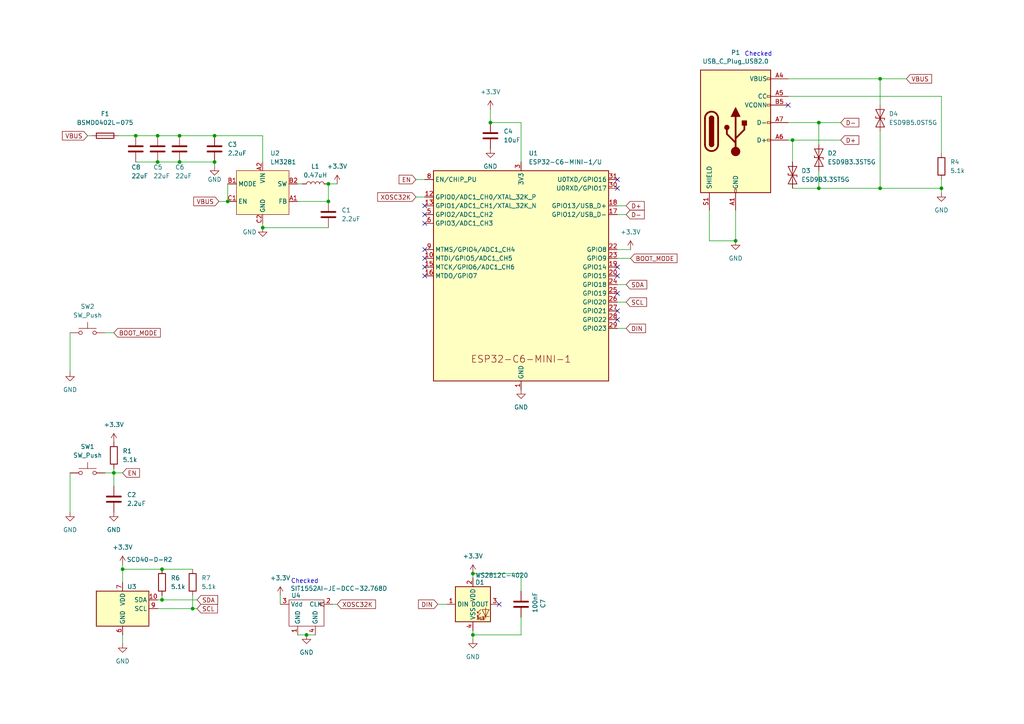
<source format=kicad_sch>
(kicad_sch (version 20231120) (generator "eeschema") (generator_version "8.0")
  (paper "A4")
  (lib_symbols
    (symbol "+3.3V_1" (power) (pin_numbers hide) (pin_names (offset 0) hide)
      (property "Value" "+3.3V" (at 0 3.556 0))
      (symbol "+3.3V_1_0_1"
        (polyline (pts (xy -0.762 1.27) (xy 0 2.54)))
        (polyline (pts (xy 0 0) (xy 0 2.54)))
        (polyline (pts (xy 0 2.54) (xy 0.762 1.27)))
      )
      (symbol "+3.3V_1_1_1"
        (pin power_in line (at 0 0 90) (length 0) (name "~") (number "1"))
      )
    )
    (symbol "Connector:USB_C_Plug_USB2.0" (pin_names (offset 1.016))
      (property "Reference" "P" (at -10.16 19.05 0))
      (property "Value" "USB_C_Plug_USB2.0" (at 12.7 19.05 0))
      (symbol "USB_C_Plug_USB2.0_0_0"
        (rectangle (start -0.254 -17.78) (end 0.254 -16.764))
        (rectangle (start 10.16 -2.286) (end 9.144 -2.794))
        (rectangle (start 10.16 2.794) (end 9.144 2.286))
        (rectangle (start 10.16 7.874) (end 9.144 7.366))
        (rectangle (start 10.16 10.414) (end 9.144 9.906))
        (rectangle (start 10.16 15.494) (end 9.144 14.986))
      )
      (symbol "USB_C_Plug_USB2.0_0_1"
        (rectangle (start -10.16 17.78) (end 10.16 -17.78) (stroke (width 0.254)) (fill (type background)))
        (arc (start -8.89 -3.81) (mid -6.985 -5.7067) (end -5.08 -3.81) (stroke (width 0.508)))
        (arc (start -7.62 -3.81) (mid -6.985 -4.4423) (end -6.35 -3.81) (stroke (width 0.254)))
        (arc (start -7.62 -3.81) (mid -6.985 -4.4423) (end -6.35 -3.81) (stroke (width 0.254)) (fill (type outline)))
        (rectangle (start -7.62 -3.81) (end -6.35 3.81) (stroke (width 0.254)) (fill (type outline)))
        (arc (start -6.35 3.81) (mid -6.985 4.4423) (end -7.62 3.81) (stroke (width 0.254)))
        (arc (start -6.35 3.81) (mid -6.985 4.4423) (end -7.62 3.81) (stroke (width 0.254)) (fill (type outline)))
        (arc (start -5.08 3.81) (mid -6.985 5.7067) (end -8.89 3.81) (stroke (width 0.508)))
        (circle (center -2.54 1.143) (radius 0.635) (stroke (width 0.254)) (fill (type outline)))
        (circle (center 0 -5.842) (radius 1.27) (fill (type outline)))
        (polyline (pts (xy -8.89 -3.81) (xy -8.89 3.81)) (stroke (width 0.508)))
        (polyline (pts (xy -5.08 3.81) (xy -5.08 -3.81)) (stroke (width 0.508)))
        (polyline (pts (xy 0 -5.842) (xy 0 4.318)) (stroke (width 0.508)))
        (polyline (pts (xy 0 -3.302) (xy -2.54 -0.762) (xy -2.54 0.508)) (stroke (width 0.508)))
        (polyline (pts (xy 0 -2.032) (xy 2.54 0.508) (xy 2.54 1.778)) (stroke (width 0.508)))
        (polyline (pts (xy -1.27 4.318) (xy 0 6.858) (xy 1.27 4.318) (xy -1.27 4.318)) (stroke (width 0.254)) (fill (type outline)))
        (rectangle (start 1.905 1.778) (end 3.175 3.048) (stroke (width 0.254)) (fill (type outline)))
      )
      (symbol "USB_C_Plug_USB2.0_1_1"
        (pin passive line (at 0 -22.86 90) (length 5.08) (name "GND") (number "A1"))
        (pin passive line (at 0 -22.86 90) (length 5.08) hide (name "GND") (number "A12"))
        (pin passive line (at 15.24 15.24 180) (length 5.08) (name "VBUS") (number "A4"))
        (pin bidirectional line (at 15.24 10.16 180) (length 5.08) (name "CC") (number "A5"))
        (pin bidirectional line (at 15.24 -2.54 180) (length 5.08) (name "D+") (number "A6"))
        (pin bidirectional line (at 15.24 2.54 180) (length 5.08) (name "D-") (number "A7"))
        (pin passive line (at 15.24 15.24 180) (length 5.08) hide (name "VBUS") (number "A9"))
        (pin passive line (at 0 -22.86 90) (length 5.08) hide (name "GND") (number "B1"))
        (pin passive line (at 0 -22.86 90) (length 5.08) hide (name "GND") (number "B12"))
        (pin passive line (at 15.24 15.24 180) (length 5.08) hide (name "VBUS") (number "B4"))
        (pin bidirectional line (at 15.24 7.62 180) (length 5.08) (name "VCONN") (number "B5"))
        (pin passive line (at 15.24 15.24 180) (length 5.08) hide (name "VBUS") (number "B9"))
        (pin passive line (at -7.62 -22.86 90) (length 5.08) (name "SHIELD") (number "S1"))
      )
    )
    (symbol "Device:C" (pin_numbers hide) (pin_names (offset 0.254))
      (property "Reference" "C" (at 0.635 2.54 0))
      (property "Value" "C" (at 0.635 -2.54 0))
      (symbol "C_0_1"
        (polyline (pts (xy -2.032 -0.762) (xy 2.032 -0.762)) (stroke (width 0.508)))
        (polyline (pts (xy -2.032 0.762) (xy 2.032 0.762)) (stroke (width 0.508)))
      )
      (symbol "C_1_1"
        (pin passive line (at 0 3.81 270) (length 2.794) (name "~") (number "1"))
        (pin passive line (at 0 -3.81 90) (length 2.794) (name "~") (number "2"))
      )
    )
    (symbol "Device:Fuse" (pin_numbers hide) (pin_names (offset 0))
      (property "Reference" "F" (at 2.032 0 90))
      (property "Value" "Fuse" (at -1.905 0 90))
      (symbol "Fuse_0_1"
        (rectangle (start -0.762 -2.54) (end 0.762 2.54) (stroke (width 0.254)))
        (polyline (pts (xy 0 2.54) (xy 0 -2.54)))
      )
      (symbol "Fuse_1_1"
        (pin passive line (at 0 3.81 270) (length 1.27) (name "~") (number "1"))
        (pin passive line (at 0 -3.81 90) (length 1.27) (name "~") (number "2"))
      )
    )
    (symbol "Device:L" (pin_numbers hide) (pin_names (offset 1.016) hide)
      (property "Reference" "L" (at -1.27 0 90))
      (property "Value" "L" (at 1.905 0 90))
      (symbol "L_0_1"
        (arc (start 0 -2.54) (mid 0.6323 -1.905) (end 0 -1.27))
        (arc (start 0 -1.27) (mid 0.6323 -0.635) (end 0 0))
        (arc (start 0 0) (mid 0.6323 0.635) (end 0 1.27))
        (arc (start 0 1.27) (mid 0.6323 1.905) (end 0 2.54))
      )
      (symbol "L_1_1"
        (pin passive line (at 0 3.81 270) (length 1.27) (name "1") (number "1"))
        (pin passive line (at 0 -3.81 90) (length 1.27) (name "2") (number "2"))
      )
    )
    (symbol "Device:R" (pin_numbers hide) (pin_names (offset 0))
      (property "Reference" "R" (at 2.032 0 90))
      (property "Value" "R" (at 0 0 90))
      (symbol "R_0_1"
        (rectangle (start -1.016 -2.54) (end 1.016 2.54) (stroke (width 0.254)))
      )
      (symbol "R_1_1"
        (pin passive line (at 0 3.81 270) (length 1.27) (name "~") (number "1"))
        (pin passive line (at 0 -3.81 90) (length 1.27) (name "~") (number "2"))
      )
    )
    (symbol "Diode:ESD9B3.3ST5G" (pin_numbers hide) (pin_names (offset 1.016) hide)
      (property "Reference" "D" (at 0 2.54 0))
      (property "Value" "ESD9B3.3ST5G" (at 0 -2.54 0))
      (symbol "ESD9B3.3ST5G_0_1"
        (polyline (pts (xy 1.27 0) (xy -1.27 0)))
        (polyline (pts (xy -2.54 -1.27) (xy 0 0) (xy -2.54 1.27) (xy -2.54 -1.27)) (stroke (width 0.2032)))
        (polyline (pts (xy 0.508 1.27) (xy 0 1.27) (xy 0 -1.27) (xy -0.508 -1.27)) (stroke (width 0.2032)))
        (polyline (pts (xy 2.54 1.27) (xy 2.54 -1.27) (xy 0 0) (xy 2.54 1.27)) (stroke (width 0.2032)))
      )
      (symbol "ESD9B3.3ST5G_1_1"
        (pin passive line (at -3.81 0 0) (length 2.54) (name "A1") (number "1"))
        (pin passive line (at 3.81 0 180) (length 2.54) (name "A2") (number "2"))
      )
    )
    (symbol "Diode:ESD9B5.0ST5G" (pin_numbers hide) (pin_names (offset 1.016) hide)
      (property "Reference" "D" (at 0 2.54 0))
      (property "Value" "ESD9B5.0ST5G" (at 0 -2.54 0))
      (symbol "ESD9B5.0ST5G_0_1"
        (polyline (pts (xy 1.27 0) (xy -1.27 0)))
        (polyline (pts (xy -2.54 -1.27) (xy 0 0) (xy -2.54 1.27) (xy -2.54 -1.27)) (stroke (width 0.2032)))
        (polyline (pts (xy 0.508 1.27) (xy 0 1.27) (xy 0 -1.27) (xy -0.508 -1.27)) (stroke (width 0.2032)))
        (polyline (pts (xy 2.54 1.27) (xy 2.54 -1.27) (xy 0 0) (xy 2.54 1.27)) (stroke (width 0.2032)))
      )
      (symbol "ESD9B5.0ST5G_1_1"
        (pin passive line (at -3.81 0 0) (length 2.54) (name "A1") (number "1"))
        (pin passive line (at 3.81 0 180) (length 2.54) (name "A2") (number "2"))
      )
    )
    (symbol "MiniCO2:LM3281"
      (property "Reference" "U" (at 5.588 9.652 0))
      (property "Value" "LM3281" (at 5.08 3.81 0))
      (symbol "LM3281_1_1"
        (rectangle (start -7.62 6.35) (end 7.62 -6.35) (fill (type background)))
        (pin input line (at 10.16 -2.54 180) (length 2.54) (name "FB") (number "A1"))
        (pin power_out line (at 0 8.89 270) (length 2.54) (name "VIN") (number "A2"))
        (pin input line (at -10.16 2.54 0) (length 2.54) (name "MODE") (number "B1"))
        (pin power_out line (at 10.16 2.54 180) (length 2.54) (name "SW") (number "B2"))
        (pin input line (at -10.16 -2.54 0) (length 2.54) (name "EN") (number "C1"))
        (pin power_out line (at 0 -8.89 90) (length 2.54) (name "GND") (number "C2"))
      )
    )
    (symbol "MiniCO2:SiT1552"
      (property "Reference" "U" (at -4.064 6.858 0))
      (symbol "SiT1552_0_1"
        (rectangle (start -5.08 5.08) (end 5.08 -2.54))
      )
      (symbol "SiT1552_1_1"
        (pin power_in line (at -2.54 -5.08 90) (length 2.54) (name "GND") (number "1"))
        (pin output clock (at 7.62 3.81 180) (length 2.54) (name "CLK") (number "2"))
        (pin power_in line (at -7.62 3.81 0) (length 2.54) (name "Vdd") (number "3"))
        (pin power_in line (at 2.54 -5.08 90) (length 2.54) (name "GND") (number "4"))
      )
    )
    (symbol "MiniCO2:WS2812C-4020"
      (property "Reference" "U" (at -3.302 6.096 0))
      (symbol "WS2812C-4020_0_0"
        (text "RGB" (at 2.286 -4.191 0) (effects (font (size 0.762 0.762))))
      )
      (symbol "WS2812C-4020_0_1"
        (polyline (pts (xy 1.27 -3.556) (xy 1.778 -3.556)))
        (polyline (pts (xy 1.27 -2.54) (xy 1.778 -2.54)))
        (polyline (pts (xy 4.699 -3.556) (xy 2.667 -3.556)))
        (polyline (pts (xy 2.286 -2.54) (xy 1.27 -3.556) (xy 1.27 -3.048)))
        (polyline (pts (xy 2.286 -1.524) (xy 1.27 -2.54) (xy 1.27 -2.032)))
        (polyline (pts (xy 3.683 -1.016) (xy 3.683 -3.556) (xy 3.683 -4.064)))
        (polyline (pts (xy 4.699 -1.524) (xy 2.667 -1.524) (xy 3.683 -3.556) (xy 4.699 -1.524)))
        (rectangle (start 5.08 5.08) (end -5.08 -5.08) (stroke (width 0.254)) (fill (type background)))
      )
      (symbol "WS2812C-4020_1_1"
        (pin input line (at -7.62 0 0) (length 2.54) (name "DIN") (number "1"))
        (pin power_in line (at 0 7.62 270) (length 2.54) (name "VDD") (number "2"))
        (pin output line (at 7.62 0 180) (length 2.54) (name "DOUT") (number "3"))
        (pin power_in line (at 0 -7.62 90) (length 2.54) (name "VSS") (number "4"))
      )
    )
    (symbol "PCM_Espressif:ESP32-C6-MINI-1/U"
      (property "Reference" "U" (at -25.4 35.56 0))
      (property "Value" "ESP32-C6-MINI-1/U" (at -25.4 33.02 0))
      (symbol "ESP32-C6-MINI-1/U_0_0"
        (text "ESP32-C6-MINI-1" (at 0 -24.13 0) (effects (font (size 2 2))))
      )
      (symbol "ESP32-C6-MINI-1/U_0_1"
        (rectangle (start -25.4 30.48) (end 25.4 -30.48) (stroke (width 0.254)) (fill (type background)))
      )
      (symbol "ESP32-C6-MINI-1/U_1_1"
        (pin power_in line (at 0 -33.02 90) (length 2.54) (name "GND") (number "1"))
        (pin bidirectional line (at -27.94 5.08 0) (length 2.54) (name "MTDI/GPIO5/ADC1_CH5") (number "10"))
        (pin passive line (at 0 -33.02 90) (length 2.54) hide (name "GND") (number "11"))
        (pin bidirectional line (at -27.94 22.86 0) (length 2.54) (name "GPIO0/ADC1_CH0/XTAL_32K_P") (number "12"))
        (pin bidirectional line (at -27.94 20.32 0) (length 2.54) (name "GPIO1/ADC1_CH1/XTAL_32K_N") (number "13"))
        (pin passive line (at 0 -33.02 90) (length 2.54) hide (name "GND") (number "14"))
        (pin bidirectional line (at -27.94 2.54 0) (length 2.54) (name "MTCK/GPIO6/ADC1_CH6") (number "15"))
        (pin bidirectional line (at -27.94 0 0) (length 2.54) (name "MTDO/GPIO7") (number "16"))
        (pin bidirectional line (at 27.94 17.78 180) (length 2.54) (name "GPIO12/USB_D-") (number "17"))
        (pin bidirectional line (at 27.94 20.32 180) (length 2.54) (name "GPIO13/USB_D+") (number "18"))
        (pin bidirectional line (at 27.94 2.54 180) (length 2.54) (name "GPIO14") (number "19"))
        (pin passive line (at 0 -33.02 90) (length 2.54) hide (name "GND") (number "2"))
        (pin bidirectional line (at 27.94 0 180) (length 2.54) (name "GPIO15") (number "20"))
        (pin no_connect line (at -25.4 -10.16 0) (length 2.54) hide (name "NC") (number "21"))
        (pin bidirectional line (at 27.94 7.62 180) (length 2.54) (name "GPIO8") (number "22"))
        (pin bidirectional line (at 27.94 5.08 180) (length 2.54) (name "GPIO9") (number "23"))
        (pin bidirectional line (at 27.94 -2.54 180) (length 2.54) (name "GPIO18") (number "24"))
        (pin bidirectional line (at 27.94 -5.08 180) (length 2.54) (name "GPIO19") (number "25"))
        (pin bidirectional line (at 27.94 -7.62 180) (length 2.54) (name "GPIO20") (number "26"))
        (pin bidirectional line (at 27.94 -10.16 180) (length 2.54) (name "GPIO21") (number "27"))
        (pin bidirectional line (at 27.94 -12.7 180) (length 2.54) (name "GPIO22") (number "28"))
        (pin bidirectional line (at 27.94 -15.24 180) (length 2.54) (name "GPIO23") (number "29"))
        (pin power_in line (at 0 33.02 270) (length 2.54) (name "3V3") (number "3"))
        (pin bidirectional line (at 27.94 25.4 180) (length 2.54) (name "U0RXD/GPIO17") (number "30"))
        (pin bidirectional line (at 27.94 27.94 180) (length 2.54) (name "U0TXD/GPIO16") (number "31"))
        (pin no_connect line (at -25.4 -12.7 0) (length 2.54) hide (name "NC") (number "32"))
        (pin no_connect line (at -25.4 -15.24 0) (length 2.54) hide (name "NC") (number "33"))
        (pin no_connect line (at -25.4 -17.78 0) (length 2.54) hide (name "NC") (number "34"))
        (pin no_connect line (at -25.4 -20.32 0) (length 2.54) hide (name "NC") (number "35"))
        (pin passive line (at 0 -33.02 90) (length 2.54) hide (name "GND") (number "36"))
        (pin passive line (at 0 -33.02 90) (length 2.54) hide (name "GND") (number "37"))
        (pin passive line (at 0 -33.02 90) (length 2.54) hide (name "GND") (number "38"))
        (pin passive line (at 0 -33.02 90) (length 2.54) hide (name "GND") (number "39"))
        (pin no_connect line (at -25.4 -5.08 0) (length 2.54) hide (name "NC") (number "4"))
        (pin passive line (at 0 -33.02 90) (length 2.54) hide (name "GND") (number "40"))
        (pin passive line (at 0 -33.02 90) (length 2.54) hide (name "GND") (number "41"))
        (pin passive line (at 0 -33.02 90) (length 2.54) hide (name "GND") (number "42"))
        (pin passive line (at 0 -33.02 90) (length 2.54) hide (name "GND") (number "43"))
        (pin passive line (at 0 -33.02 90) (length 2.54) hide (name "GND") (number "44"))
        (pin passive line (at 0 -33.02 90) (length 2.54) hide (name "GND") (number "45"))
        (pin passive line (at 0 -33.02 90) (length 2.54) hide (name "GND") (number "46"))
        (pin passive line (at 0 -33.02 90) (length 2.54) hide (name "GND") (number "47"))
        (pin passive line (at 0 -33.02 90) (length 2.54) hide (name "GND") (number "48"))
        (pin passive line (at 0 -33.02 90) (length 2.54) hide (name "GND") (number "49"))
        (pin bidirectional line (at -27.94 17.78 0) (length 2.54) (name "GPIO2/ADC1_CH2") (number "5"))
        (pin passive line (at 0 -33.02 90) (length 2.54) hide (name "GND") (number "50"))
        (pin passive line (at 0 -33.02 90) (length 2.54) hide (name "GND") (number "51"))
        (pin passive line (at 0 -33.02 90) (length 2.54) hide (name "GND") (number "52"))
        (pin passive line (at 0 -33.02 90) (length 2.54) hide (name "GND") (number "53"))
        (pin bidirectional line (at -27.94 15.24 0) (length 2.54) (name "GPIO3/ADC1_CH3") (number "6"))
        (pin no_connect line (at -25.4 -7.62 0) (length 2.54) hide (name "NC") (number "7"))
        (pin input line (at -27.94 27.94 0) (length 2.54) (name "EN/CHIP_PU") (number "8"))
        (pin bidirectional line (at -27.94 7.62 0) (length 2.54) (name "MTMS/GPIO4/ADC1_CH4") (number "9"))
      )
    )
    (symbol "Sensor_Gas:SCD40-D-R2"
      (property "Reference" "U" (at -7.62 6.35 0))
      (property "Value" "SCD40-D-R2" (at 6.985 6.35 0))
      (symbol "SCD40-D-R2_0_1"
        (rectangle (start 7.62 5.08) (end -7.62 -5.08) (stroke (width 0.254)) (fill (type background)))
      )
      (symbol "SCD40-D-R2_1_1"
        (pin bidirectional line (at 10.16 2.54 180) (length 2.54) (name "SDA") (number "10"))
        (pin passive line (at 0 7.62 270) (length 2.54) hide (name "VDD") (number "19"))
        (pin passive line (at 0 -7.62 90) (length 2.54) hide (name "GND") (number "20"))
        (pin passive line (at 0 -7.62 90) (length 2.54) hide (name "GND") (number "21"))
        (pin power_in line (at 0 -7.62 90) (length 2.54) (name "GND") (number "6"))
        (pin power_in line (at 0 7.62 270) (length 2.54) (name "VDD") (number "7"))
        (pin input line (at 10.16 0 180) (length 2.54) (name "SCL") (number "9"))
      )
    )
    (symbol "Switch:SW_Push" (pin_numbers hide) (pin_names (offset 1.016) hide)
      (property "Reference" "SW" (at 1.27 2.54 0))
      (property "Value" "SW_Push" (at 0 -1.524 0))
      (symbol "SW_Push_0_1"
        (circle (center -2.032 0) (radius 0.508))
        (polyline (pts (xy 0 1.27) (xy 0 3.048)))
        (polyline (pts (xy 2.54 1.27) (xy -2.54 1.27)))
        (circle (center 2.032 0) (radius 0.508))
        (pin passive line (at -5.08 0 0) (length 2.54) (name "1") (number "1"))
        (pin passive line (at 5.08 0 180) (length 2.54) (name "2") (number "2"))
      )
    )
    (symbol "power:+3.3V" (power) (pin_names (offset 0))
      (property "Value" "+3.3V" (at 0 3.556 0))
      (symbol "+3.3V_0_1"
        (polyline (pts (xy -0.762 1.27) (xy 0 2.54)))
        (polyline (pts (xy 0 0) (xy 0 2.54)))
        (polyline (pts (xy 0 2.54) (xy 0.762 1.27)))
      )
      (symbol "+3.3V_1_1"
        (pin power_in line (at 0 0 90) (length 0) hide (name "+3.3V") (number "1"))
      )
    )
    (symbol "power:GND" (power) (pin_names (offset 0))
      (property "Value" "GND" (at 0 -3.81 0))
      (symbol "GND_0_1"
        (polyline (pts (xy 0 0) (xy 0 -1.27) (xy 1.27 -1.27) (xy 0 -2.54) (xy -1.27 -1.27) (xy 0 -1.27)))
      )
      (symbol "GND_1_1"
        (pin power_in line (at 0 0 270) (length 0) hide (name "GND") (number "1"))
      )
    )
  )
  (junction (at 46.99 173.99))
  (junction (at 76.2 66.04))
  (junction (at 66.04 58.42))
  (junction (at 55.88 176.53))
  (junction (at 255.27 22.86))
  (junction (at 62.23 39.37))
  (junction (at 95.25 58.42))
  (junction (at 52.07 39.37))
  (junction (at 33.02 137.16))
  (junction (at 142.24 35.56))
  (junction (at 255.27 54.61))
  (junction (at 237.49 35.56))
  (junction (at 229.87 40.64))
  (junction (at 39.37 39.37))
  (junction (at 88.9 184.15))
  (junction (at 46.99 165.1))
  (junction (at 35.56 165.1))
  (junction (at 95.25 53.34))
  (junction (at 45.72 46.99))
  (junction (at 62.23 46.99))
  (junction (at 273.05 54.61))
  (junction (at 213.36 69.85))
  (junction (at 137.16 166.37))
  (junction (at 45.72 39.37))
  (junction (at 52.07 46.99))
  (junction (at 237.49 54.61))
  (junction (at 137.16 184.15))
  (no_connect (at 123.19 62.23))
  (no_connect (at 123.19 64.77))
  (no_connect (at 179.07 52.07))
  (no_connect (at 123.19 59.69))
  (no_connect (at 179.07 77.47))
  (no_connect (at 123.19 77.47))
  (no_connect (at 228.6 30.48))
  (no_connect (at 179.07 54.61))
  (no_connect (at 179.07 85.09))
  (no_connect (at 123.19 74.93))
  (no_connect (at 144.78 175.26))
  (no_connect (at 123.19 72.39))
  (no_connect (at 179.07 90.17))
  (no_connect (at 123.19 80.01))
  (no_connect (at 179.07 80.01))
  (no_connect (at 179.07 92.71))
  (wire (pts (xy 237.49 54.61) (xy 255.27 54.61)))
  (wire (pts (xy 228.6 40.64) (xy 229.87 40.64)))
  (wire (pts (xy 120.65 57.15) (xy 123.19 57.15)))
  (wire (pts (xy 35.56 184.15) (xy 35.56 186.69)))
  (wire (pts (xy 63.5 58.42) (xy 66.04 58.42)))
  (wire (pts (xy 30.48 137.16) (xy 33.02 137.16)))
  (wire (pts (xy 151.13 179.07) (xy 151.13 184.15)))
  (wire (pts (xy 273.05 44.45) (xy 273.05 27.94)))
  (wire (pts (xy 151.13 166.37) (xy 151.13 171.45)))
  (wire (pts (xy 229.87 54.61) (xy 237.49 54.61)))
  (wire (pts (xy 181.61 59.69) (xy 179.07 59.69)))
  (wire (pts (xy 96.52 175.26) (xy 97.79 175.26)))
  (wire (pts (xy 255.27 38.1) (xy 255.27 54.61)))
  (wire (pts (xy 34.29 39.37) (xy 39.37 39.37)))
  (wire (pts (xy 52.07 39.37) (xy 62.23 39.37)))
  (wire (pts (xy 205.74 69.85) (xy 213.36 69.85)))
  (wire (pts (xy 35.56 165.1) (xy 46.99 165.1)))
  (wire (pts (xy 39.37 46.99) (xy 45.72 46.99)))
  (wire (pts (xy 137.16 184.15) (xy 137.16 185.42)))
  (wire (pts (xy 137.16 182.88) (xy 137.16 184.15)))
  (wire (pts (xy 45.72 46.99) (xy 52.07 46.99)))
  (wire (pts (xy 62.23 39.37) (xy 76.2 39.37)))
  (wire (pts (xy 33.02 135.89) (xy 33.02 137.16)))
  (wire (pts (xy 179.07 74.93) (xy 182.88 74.93)))
  (wire (pts (xy 127 175.26) (xy 129.54 175.26)))
  (wire (pts (xy 213.36 60.96) (xy 213.36 69.85)))
  (wire (pts (xy 120.65 52.07) (xy 123.19 52.07)))
  (wire (pts (xy 76.2 46.99) (xy 76.2 39.37)))
  (wire (pts (xy 25.4 39.37) (xy 26.67 39.37)))
  (wire (pts (xy 33.02 137.16) (xy 33.02 140.97)))
  (wire (pts (xy 45.72 176.53) (xy 55.88 176.53)))
  (wire (pts (xy 142.24 31.75) (xy 142.24 35.56)))
  (wire (pts (xy 179.07 72.39) (xy 182.88 72.39)))
  (wire (pts (xy 46.99 172.72) (xy 46.99 173.99)))
  (wire (pts (xy 137.16 166.37) (xy 151.13 166.37)))
  (wire (pts (xy 228.6 35.56) (xy 237.49 35.56)))
  (wire (pts (xy 181.61 62.23) (xy 179.07 62.23)))
  (wire (pts (xy 137.16 166.37) (xy 137.16 167.64)))
  (wire (pts (xy 86.36 184.15) (xy 88.9 184.15)))
  (wire (pts (xy 151.13 46.99) (xy 151.13 35.56)))
  (wire (pts (xy 142.24 35.56) (xy 151.13 35.56)))
  (wire (pts (xy 52.07 46.99) (xy 62.23 46.99)))
  (wire (pts (xy 88.9 184.15) (xy 91.44 184.15)))
  (wire (pts (xy 237.49 35.56) (xy 243.84 35.56)))
  (wire (pts (xy 81.28 172.72) (xy 81.28 175.26)))
  (wire (pts (xy 86.36 53.34) (xy 87.63 53.34)))
  (wire (pts (xy 20.32 137.16) (xy 20.32 148.59)))
  (wire (pts (xy 255.27 22.86) (xy 262.89 22.86)))
  (wire (pts (xy 181.61 82.55) (xy 179.07 82.55)))
  (wire (pts (xy 95.25 53.34) (xy 95.25 58.42)))
  (wire (pts (xy 39.37 39.37) (xy 45.72 39.37)))
  (wire (pts (xy 229.87 40.64) (xy 229.87 46.99)))
  (wire (pts (xy 273.05 27.94) (xy 228.6 27.94)))
  (wire (pts (xy 181.61 87.63) (xy 179.07 87.63)))
  (wire (pts (xy 255.27 54.61) (xy 273.05 54.61)))
  (wire (pts (xy 86.36 58.42) (xy 95.25 58.42)))
  (wire (pts (xy 46.99 165.1) (xy 55.88 165.1)))
  (wire (pts (xy 255.27 22.86) (xy 255.27 30.48)))
  (wire (pts (xy 30.48 96.52) (xy 33.02 96.52)))
  (wire (pts (xy 55.88 172.72) (xy 55.88 176.53)))
  (wire (pts (xy 20.32 96.52) (xy 20.32 107.95)))
  (wire (pts (xy 62.23 46.99) (xy 62.23 48.26)))
  (wire (pts (xy 46.99 173.99) (xy 57.15 173.99)))
  (wire (pts (xy 228.6 22.86) (xy 255.27 22.86)))
  (wire (pts (xy 151.13 184.15) (xy 137.16 184.15)))
  (wire (pts (xy 76.2 64.77) (xy 76.2 66.04)))
  (wire (pts (xy 45.72 173.99) (xy 46.99 173.99)))
  (wire (pts (xy 273.05 52.07) (xy 273.05 54.61)))
  (wire (pts (xy 229.87 40.64) (xy 243.84 40.64)))
  (wire (pts (xy 76.2 66.04) (xy 95.25 66.04)))
  (wire (pts (xy 35.56 165.1) (xy 35.56 168.91)))
  (wire (pts (xy 35.56 163.83) (xy 35.56 165.1)))
  (wire (pts (xy 205.74 60.96) (xy 205.74 69.85)))
  (wire (pts (xy 237.49 35.56) (xy 237.49 41.91)))
  (wire (pts (xy 55.88 176.53) (xy 57.15 176.53)))
  (wire (pts (xy 45.72 39.37) (xy 52.07 39.37)))
  (wire (pts (xy 33.02 137.16) (xy 35.56 137.16)))
  (wire (pts (xy 273.05 54.61) (xy 273.05 55.88)))
  (wire (pts (xy 95.25 53.34) (xy 97.79 53.34)))
  (wire (pts (xy 66.04 53.34) (xy 66.04 58.42)))
  (wire (pts (xy 181.61 95.25) (xy 179.07 95.25)))
  (wire (pts (xy 237.49 54.61) (xy 237.49 49.53)))
  (text "Checked" (at 88.392 168.656 0) (effects (font (size 1.27 1.27))))
  (text "Checked" (at 219.964 15.748 0) (effects (font (size 1.27 1.27))))
  (global_label "D-" (shape input) (at 243.84 35.56 0) (property "Intersheetrefs" "${INTERSHEET_REFS}" (effects (hide yes))))
  (global_label "EN" (shape input) (at 120.65 52.07 180) (property "Intersheetrefs" "${INTERSHEET_REFS}" (effects (hide yes))))
  (global_label "BOOT_MODE" (shape input) (at 182.88 74.93 0) (property "Intersheetrefs" "${INTERSHEET_REFS}" (effects (hide yes))))
  (global_label "VBUS" (shape input) (at 63.5 58.42 180) (property "Intersheetrefs" "${INTERSHEET_REFS}" (effects (hide yes))))
  (global_label "XOSC32K" (shape input) (at 120.65 57.15 180) (property "Intersheetrefs" "${INTERSHEET_REFS}" (effects (hide yes))))
  (global_label "DIN" (shape input) (at 181.61 95.25 0) (property "Intersheetrefs" "${INTERSHEET_REFS}" (effects (hide yes))))
  (global_label "VBUS" (shape input) (at 262.89 22.86 0) (property "Intersheetrefs" "${INTERSHEET_REFS}" (effects (hide yes))))
  (global_label "BOOT_MODE" (shape input) (at 33.02 96.52 0) (property "Intersheetrefs" "${INTERSHEET_REFS}" (effects (hide yes))))
  (global_label "SDA" (shape input) (at 181.61 82.55 0) (property "Intersheetrefs" "${INTERSHEET_REFS}" (effects (hide yes))))
  (global_label "EN" (shape input) (at 35.56 137.16 0) (property "Intersheetrefs" "${INTERSHEET_REFS}" (effects (hide yes))))
  (global_label "D-" (shape input) (at 181.61 62.23 0) (property "Intersheetrefs" "${INTERSHEET_REFS}" (effects (hide yes))))
  (global_label "SCL" (shape input) (at 181.61 87.63 0) (property "Intersheetrefs" "${INTERSHEET_REFS}" (effects (hide yes))))
  (global_label "SCL" (shape input) (at 57.15 176.53 0) (property "Intersheetrefs" "${INTERSHEET_REFS}" (effects (hide yes))))
  (global_label "XOSC32K" (shape input) (at 97.79 175.26 0) (property "Intersheetrefs" "${INTERSHEET_REFS}" (effects (hide yes))))
  (global_label "DIN" (shape input) (at 127 175.26 180) (property "Intersheetrefs" "${INTERSHEET_REFS}" (effects (hide yes))))
  (global_label "D+" (shape input) (at 243.84 40.64 0) (property "Intersheetrefs" "${INTERSHEET_REFS}" (effects (hide yes))))
  (global_label "SDA" (shape input) (at 57.15 173.99 0) (property "Intersheetrefs" "${INTERSHEET_REFS}" (effects (hide yes))))
  (global_label "D+" (shape input) (at 181.61 59.69 0) (property "Intersheetrefs" "${INTERSHEET_REFS}" (effects (hide yes))))
  (global_label "VBUS" (shape input) (at 25.4 39.37 180) (property "Intersheetrefs" "${INTERSHEET_REFS}" (effects (hide yes))))
  (symbol (lib_id "power:+3.3V") (at 137.16 166.37 0) (unit 1)
    (property "Reference" "#PWR011" (effects (hide yes)))
    (property "Value" "+3.3V" (at 137.16 161.29 0))
  )
  (symbol (lib_id "power:GND") (at 62.23 48.26 0) (unit 1)
    (property "Reference" "#PWR02" (effects (hide yes)))
    (property "Value" "GND" (at 62.23 52.07 0))
  )
  (symbol (lib_id "Device:C") (at 52.07 43.18 180) (unit 1)
    (property "Reference" "C6" (at 50.8 48.514 0) (effects (justify right)))
    (property "Value" "22uF" (at 50.8 51.054 0) (effects (justify right)))
    (property "Footprint" "Capacitor_SMD:C_0402_1005Metric" (effects (hide yes)))
    (property "LCSC Part #" "C3845593" (effects (hide yes)))
    (property "Temp range" "-55 to 85" (effects (hide yes)))
  )
  (symbol (lib_id "power:GND") (at 213.36 69.85 0) (unit 1)
    (property "Reference" "#PWR01" (effects (hide yes)))
    (property "Value" "GND" (at 213.36 74.93 0))
  )
  (symbol (lib_id "Switch:SW_Push") (at 25.4 96.52 0) (unit 1)
    (property "Reference" "SW2" (at 25.4 88.9 0))
    (property "Value" "SW_Push" (at 25.4 91.44 0))
    (property "Footprint" "miniCO2:LS75C2D-T" (effects (hide yes)))
    (property "LCSC Part #" "C962551" (effects (hide yes)))
    (property "Temp range" "Unknown" (effects (hide yes)))
  )
  (symbol (lib_id "Diode:ESD9B3.3ST5G") (at 229.87 50.8 90) (unit 1)
    (property "Reference" "D3" (at 232.41 49.53 90) (effects (justify right)))
    (property "Value" "ESD9B3.3ST5G" (at 232.41 52.0699 90) (effects (justify right)))
    (property "Footprint" "Diode_SMD:D_SOD-923" (effects (hide yes)))
    (property "Datasheet" "https://www.onsemi.com/pub/Collateral/ESD9B-D.PDF" (effects (hide yes)))
    (property "Description" "ESD protection diode, 3.3Vrwm, SOD-923" (effects (hide yes)))
    (property "LCSC Part #" "C96512" (effects (hide yes)))
    (property "Temp range" "−55 to 150" (effects (hide yes)))
  )
  (symbol (lib_id "MiniCO2:WS2812C-4020") (at 137.16 175.26 0) (unit 1)
    (property "Reference" "D1" (at 139.192 168.91 0))
    (property "Value" "WS2812C-4020" (at 145.542 166.878 0))
    (property "Footprint" "miniCO2:WS2812C-4020" (effects (hide yes)))
    (property "LCSC Part #" "C4154870" (effects (hide yes)))
    (property "Temp range" "-25 to 80" (effects (hide yes)))
  )
  (symbol (lib_id "Device:R") (at 33.02 132.08 180) (unit 1)
    (property "Reference" "R1" (at 35.56 130.8099 0) (effects (justify right)))
    (property "Value" "5.1k" (at 35.56 133.3499 0) (effects (justify right)))
    (property "Footprint" "Resistor_SMD:R_0201_0603Metric" (effects (hide yes)))
    (property "Description" "Resistor" (effects (hide yes)))
    (property "LCSC Part #" "C274341" (effects (hide yes)))
    (property "Temp range" "-55 to 125" (effects (hide yes)))
  )
  (symbol (lib_id "power:GND") (at 88.9 184.15 0) (unit 1)
    (property "Reference" "#PWR016" (effects (hide yes)))
    (property "Value" "GND" (at 88.9 189.23 0))
  )
  (symbol (lib_id "Device:L") (at 91.44 53.34 90) (unit 1)
    (property "Reference" "L1" (at 91.44 48.26 90))
    (property "Value" "0.47uH" (at 91.44 50.8 90))
    (property "Footprint" "Inductor_SMD:L_0603_1608Metric" (effects (hide yes)))
    (property "Description" "2.6A 470nH ±20% 2.7A 54mΩ" (effects (hide yes)))
    (property "LCSC Part #" "C695609" (effects (hide yes)))
  )
  (symbol (lib_id "power:GND") (at 273.05 55.88 0) (unit 1)
    (property "Reference" "#PWR018" (effects (hide yes)))
    (property "Value" "GND" (at 273.05 60.96 0))
  )
  (symbol (lib_id "power:GND") (at 35.56 186.69 0) (unit 1)
    (property "Reference" "#PWR09" (effects (hide yes)))
    (property "Value" "GND" (at 35.56 191.77 0))
  )
  (symbol (lib_id "power:GND") (at 33.02 148.59 0) (unit 1)
    (property "Reference" "#PWR07" (effects (hide yes)))
    (property "Value" "GND" (at 33.02 153.67 0))
  )
  (symbol (lib_id "Device:C") (at 45.72 43.18 180) (unit 1)
    (property "Reference" "C5" (at 44.45 48.514 0) (effects (justify right)))
    (property "Value" "22uF" (at 44.45 51.054 0) (effects (justify right)))
    (property "Footprint" "Capacitor_SMD:C_0402_1005Metric" (effects (hide yes)))
    (property "LCSC Part #" "C3845593" (effects (hide yes)))
    (property "Temp range" "-55 to 85" (effects (hide yes)))
  )
  (symbol (lib_id "power:GND") (at 137.16 185.42 0) (unit 1)
    (property "Reference" "#PWR010" (effects (hide yes)))
    (property "Value" "GND" (at 137.16 190.5 0))
  )
  (symbol (lib_id "Device:R") (at 55.88 168.91 180) (unit 1)
    (property "Reference" "R7" (at 58.42 167.6399 0) (effects (justify right)))
    (property "Value" "5.1k" (at 58.42 170.1799 0) (effects (justify right)))
    (property "Footprint" "Resistor_SMD:R_0201_0603Metric" (effects (hide yes)))
    (property "Description" "Resistor" (effects (hide yes)))
    (property "LCSC Part #" "C274341" (effects (hide yes)))
    (property "Temp range" "-55 to 125" (effects (hide yes)))
  )
  (symbol (lib_id "power:+3.3V") (at 35.56 163.83 0) (unit 1)
    (property "Reference" "#PWR08" (effects (hide yes)))
    (property "Value" "+3.3V" (at 35.56 158.75 0))
  )
  (symbol (lib_id "Diode:ESD9B3.3ST5G") (at 237.49 45.72 90) (unit 1)
    (property "Reference" "D2" (at 240.03 44.45 90) (effects (justify right)))
    (property "Value" "ESD9B3.3ST5G" (at 240.03 46.9899 90) (effects (justify right)))
    (property "Footprint" "Diode_SMD:D_SOD-923" (effects (hide yes)))
    (property "Datasheet" "https://www.onsemi.com/pub/Collateral/ESD9B-D.PDF" (effects (hide yes)))
    (property "Description" "ESD protection diode, 3.3Vrwm, SOD-923" (effects (hide yes)))
    (property "LCSC Part #" "C96512" (effects (hide yes)))
    (property "Temp range" "−55 to 150" (effects (hide yes)))
  )
  (symbol (lib_id "power:+3.3V") (at 81.28 172.72 0) (unit 1)
    (property "Reference" "#PWR017" (effects (hide yes)))
    (property "Value" "+3.3V" (at 81.28 167.64 0))
  )
  (symbol (lib_id "Device:R") (at 273.05 48.26 180) (unit 1)
    (property "Reference" "R4" (at 275.59 46.9899 0) (effects (justify right)))
    (property "Value" "5.1k" (at 275.59 49.5299 0) (effects (justify right)))
    (property "Footprint" "Resistor_SMD:R_0201_0603Metric" (effects (hide yes)))
    (property "Description" "Resistor" (effects (hide yes)))
    (property "LCSC Part #" "C274341" (effects (hide yes)))
    (property "Temp range" "-55 to 125" (effects (hide yes)))
  )
  (symbol (lib_id "Device:C") (at 142.24 39.37 180) (unit 1)
    (property "Reference" "C4" (at 146.05 38.1 0) (effects (justify right)))
    (property "Value" "10uF" (at 146.05 40.64 0) (effects (justify right)))
    (property "Footprint" "Capacitor_SMD:C_0603_1608Metric" (effects (hide yes)))
    (property "LCSC Part #" "C85713" (effects (hide yes)))
    (property "Temp range" "10uF 10V" (effects (hide yes)))
  )
  (symbol (lib_id "Device:C") (at 62.23 43.18 180) (unit 1)
    (property "Reference" "C3" (at 66.04 41.91 0) (effects (justify right)))
    (property "Value" "2.2uF" (at 66.04 44.45 0) (effects (justify right)))
    (property "Footprint" "Capacitor_SMD:C_0201_0603Metric" (effects (hide yes)))
    (property "LCSC Part #" "C386031" (effects (hide yes)))
    (property "Temp range" "-55 to 85" (effects (hide yes)))
  )
  (symbol (lib_name "+3.3V_1") (lib_id "power:+3.3V") (at 33.02 128.27 0) (unit 1)
    (property "Reference" "#PWR04" (effects (hide yes)))
    (property "Value" "+3.3V" (at 33.02 123.19 0))
    (property "Description" "Power symbol creates a global label with name \"+3.3V\"" (effects (hide yes)))
  )
  (symbol (lib_id "Device:R") (at 46.99 168.91 180) (unit 1)
    (property "Reference" "R6" (at 49.53 167.6399 0) (effects (justify right)))
    (property "Value" "5.1k" (at 49.53 170.1799 0) (effects (justify right)))
    (property "Footprint" "Resistor_SMD:R_0201_0603Metric" (effects (hide yes)))
    (property "Description" "Resistor" (effects (hide yes)))
    (property "LCSC Part #" "C274341" (effects (hide yes)))
    (property "Temp range" "-55 to 125" (effects (hide yes)))
  )
  (symbol (lib_id "power:GND") (at 142.24 43.18 0) (unit 1)
    (property "Reference" "#PWR06" (effects (hide yes)))
    (property "Value" "GND" (at 142.24 48.26 0))
  )
  (symbol (lib_id "Device:C") (at 151.13 175.26 0) (unit 1)
    (property "Reference" "C7" (at 157.48 173.736 90) (effects (justify right)))
    (property "Value" "100nF" (at 155.194 171.704 90) (effects (justify right)))
    (property "Footprint" "Capacitor_SMD:C_0201_0603Metric" (effects (hide yes)))
    (property "LCSC Part #" "C76934" (effects (hide yes)))
    (property "Temp range" "-55 to 85" (effects (hide yes)))
  )
  (symbol (lib_id "power:+3.3V") (at 97.79 53.34 0) (unit 1)
    (property "Reference" "#PWR015" (effects (hide yes)))
    (property "Value" "+3.3V" (at 97.79 48.26 0))
  )
  (symbol (lib_id "Device:Fuse") (at 30.48 39.37 90) (unit 1)
    (property "Reference" "F1" (at 30.48 33.02 90))
    (property "Value" "BSMD0402L-075" (at 30.48 35.56 90))
    (property "Footprint" "Capacitor_SMD:C_0402_1005Metric" (effects (hide yes)))
    (property "Datasheet" "https://www.lcsc.com/datasheet/lcsc_datasheet_2305121423_BHFUSE-BSMD0402L-075_C5358567.pdf" (effects (hide yes)))
    (property "Description" "1.5A polyfuse" (effects (hide yes)))
    (property "LCSC Part #" "C5358567" (effects (hide yes)))
  )
  (symbol (lib_id "power:GND") (at 20.32 148.59 0) (unit 1)
    (property "Reference" "#PWR05" (effects (hide yes)))
    (property "Value" "GND" (at 20.32 153.67 0))
  )
  (symbol (lib_id "Connector:USB_C_Plug_USB2.0") (at 213.36 38.1 0) (unit 1)
    (property "Reference" "P1" (at 213.36 15.24 0))
    (property "Value" "USB_C_Plug_USB2.0" (at 213.36 17.78 0))
    (property "Footprint" "miniCO2:U261-121N-4BS2S" (effects (hide yes)))
    (property "Datasheet" "https://www.usb.org/sites/default/files/documents/usb_type-c.zip" (effects (hide yes)))
    (property "Description" "USB 2.0-only Type-C Plug connector" (effects (hide yes)))
    (property "LCSC Part #" "C2879827" (effects (hide yes)))
    (property "Temp range" "-25 to 85" (effects (hide yes)))
  )
  (symbol (lib_id "power:GND") (at 76.2 66.04 0) (unit 1)
    (property "Reference" "#PWR03" (effects (hide yes)))
    (property "Value" "GND" (at 72.39 67.31 0))
  )
  (symbol (lib_id "power:GND") (at 20.32 107.95 0) (unit 1)
    (property "Reference" "#PWR019" (effects (hide yes)))
    (property "Value" "GND" (at 20.32 113.03 0))
  )
  (symbol (lib_id "Device:C") (at 95.25 62.23 180) (unit 1)
    (property "Reference" "C1" (at 99.06 60.96 0) (effects (justify right)))
    (property "Value" "2.2uF" (at 99.06 63.5 0) (effects (justify right)))
    (property "Footprint" "Capacitor_SMD:C_0201_0603Metric" (effects (hide yes)))
    (property "LCSC Part #" "C386031" (effects (hide yes)))
    (property "Temp range" "-55 to 85" (effects (hide yes)))
  )
  (symbol (lib_id "power:+3.3V") (at 142.24 31.75 0) (unit 1)
    (property "Reference" "#PWR014" (effects (hide yes)))
    (property "Value" "+3.3V" (at 142.24 26.67 0))
  )
  (symbol (lib_id "Diode:ESD9B5.0ST5G") (at 255.27 34.29 90) (unit 1)
    (property "Reference" "D4" (at 257.81 33.0199 90) (effects (justify right)))
    (property "Value" "ESD9B5.0ST5G" (at 257.81 35.5599 90) (effects (justify right)))
    (property "Footprint" "Diode_SMD:D_SOD-923" (effects (hide yes)))
    (property "Datasheet" "https://www.onsemi.com/pub/Collateral/ESD9B-D.PDF" (effects (hide yes)))
    (property "Description" "ESD protection diode, 5.0Vrwm, SOD-923" (effects (hide yes)))
    (property "LCSC Part #" "C3008065" (effects (hide yes)))
    (property "Temp range" "−55 to 150" (effects (hide yes)))
  )
  (symbol (lib_id "PCM_Espressif:ESP32-C6-MINI-1/U") (at 151.13 80.01 0) (unit 1)
    (property "Reference" "U1" (at 153.3241 44.45 0) (effects (justify left)))
    (property "Value" "ESP32-C6-MINI-1/U" (at 153.3241 46.99 0) (effects (justify left)))
    (property "Footprint" "PCM_Espressif:ESP32-C6-MINI-1" (effects (hide yes)))
    (property "Datasheet" "https://www.espressif.com/sites/default/files/documentation/esp32-c6-mini-1_datasheet_en.pdf" (effects (hide yes)))
    (property "Description" "ESP32-C6-MINI-1 is a module that supports 2.4 GHz Wi-Fi 6 (802.11 ax), Bluetooth® 5 (LE), Zigbee and Thread (802.15.4)" (effects (hide yes)))
    (property "LCSC Part #" " C5736265" (effects (hide yes)))
  )
  (symbol (lib_id "Device:C") (at 33.02 144.78 180) (unit 1)
    (property "Reference" "C2" (at 36.83 143.51 0) (effects (justify right)))
    (property "Value" "2.2uF" (at 36.83 146.05 0) (effects (justify right)))
    (property "Footprint" "Capacitor_SMD:C_0201_0603Metric" (effects (hide yes)))
    (property "LCSC Part #" "C386031" (effects (hide yes)))
    (property "Temp range" "-55 to 85" (effects (hide yes)))
  )
  (symbol (lib_id "MiniCO2:LM3281") (at 76.2 55.88 0) (unit 1)
    (property "Reference" "U2" (at 78.3941 44.45 0) (effects (justify left)))
    (property "Value" "LM3281" (at 78.3941 46.99 0) (effects (justify left)))
    (property "Footprint" "Package_BGA:Texas_DSBGA-6_0.95x1.488mm_Layout2x3_P0.4mm" (effects (hide yes)))
    (property "Datasheet" "https://www.ti.com/lit/ds/symlink/lm3281.pdf?ts=1725413582167" (effects (hide yes)))
    (property "Description" "3.3-V, 1.2-A, 6-MHz Miniature Step-Down DC-DC Converter for Wireless Connectivity Solutions" (effects (hide yes)))
    (property "LCSC Part #" "C2070970" (effects (hide yes)))
  )
  (symbol (lib_id "power:+3.3V") (at 182.88 72.39 0) (unit 1)
    (property "Reference" "#PWR012" (effects (hide yes)))
    (property "Value" "+3.3V" (at 182.88 67.31 0))
  )
  (symbol (lib_id "Sensor_Gas:SCD40-D-R2") (at 35.56 176.53 0) (unit 1)
    (property "Reference" "U3" (at 39.624 170.18 0) (effects (justify right)))
    (property "Value" "SCD40-D-R2" (at 50.038 162.306 0) (effects (justify right)))
    (property "Footprint" "miniCO2:Sensirion_SCD4x-1EP_10.1x10.1mm_P1.25mm_EP4.8x4.8mm" (effects (hide yes)))
    (property "Datasheet" "https://sensirion.com/media/documents/E0F04247/631EF271/CD_DS_SCD40_SCD41_Datasheet_D1.pdf" (effects (hide yes)))
    (property "LCSC Part #" "C3659421" (effects (hide yes)))
    (property "Temp range" "-10 to 60" (effects (hide yes)))
  )
  (symbol (lib_id "power:GND") (at 151.13 113.03 0) (unit 1)
    (property "Reference" "#PWR013" (effects (hide yes)))
    (property "Value" "GND" (at 151.13 118.11 0))
  )
  (symbol (lib_id "Switch:SW_Push") (at 25.4 137.16 0) (unit 1)
    (property "Reference" "SW1" (at 25.4 129.54 0))
    (property "Value" "SW_Push" (at 25.4 132.08 0))
    (property "Footprint" "miniCO2:LS75C2D-T" (effects (hide yes)))
    (property "LCSC Part #" "C962551" (effects (hide yes)))
    (property "Temp range" "Unknown" (effects (hide yes)))
  )
  (symbol (lib_id "Device:C") (at 39.37 43.18 180) (unit 1)
    (property "Reference" "C8" (at 38.1 48.514 0) (effects (justify right)))
    (property "Value" "22uF" (at 38.1 51.054 0) (effects (justify right)))
    (property "Footprint" "Capacitor_SMD:C_0402_1005Metric" (effects (hide yes)))
    (property "LCSC Part #" "C3845593" (effects (hide yes)))
    (property "Temp range" "-55 to 85" (effects (hide yes)))
  )
  (symbol (lib_id "MiniCO2:SiT1552") (at 88.9 179.07 0) (unit 1)
    (property "Reference" "U4" (at 85.852 172.72 0))
    (property "Value" "SIT1552AI-JE-DCC-32.768D" (at 98.298 170.688 0))
    (property "Footprint" "miniCO2:SiT1552CSP_0.84x1.54" (effects (hide yes)))
    (property "Datasheet" "https://wmsc.lcsc.com/wmsc/upload/file/pdf/v2/lcsc/2304140030_SiTime-SIT1552AI-JE-DCC-32-768D_C367054.pdf" (effects (hide yes)))
    (property "Description" "32.768kHz 5ppm MEMS clock source" (effects (hide yes)))
    (property "LCSC Part #" "C367054" (effects (hide yes)))
    (property "Temp range" "-40 to 85" (effects (hide yes)))
  )
)
</source>
